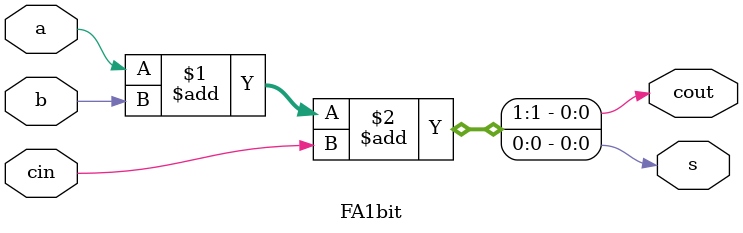
<source format=sv>
module FA1bit(a, b, cin, s, cout);
    input  a, b, cin;  
    output  s, cout;
	
	assign {cout, s} = a + b + cin; 
endmodule


</source>
